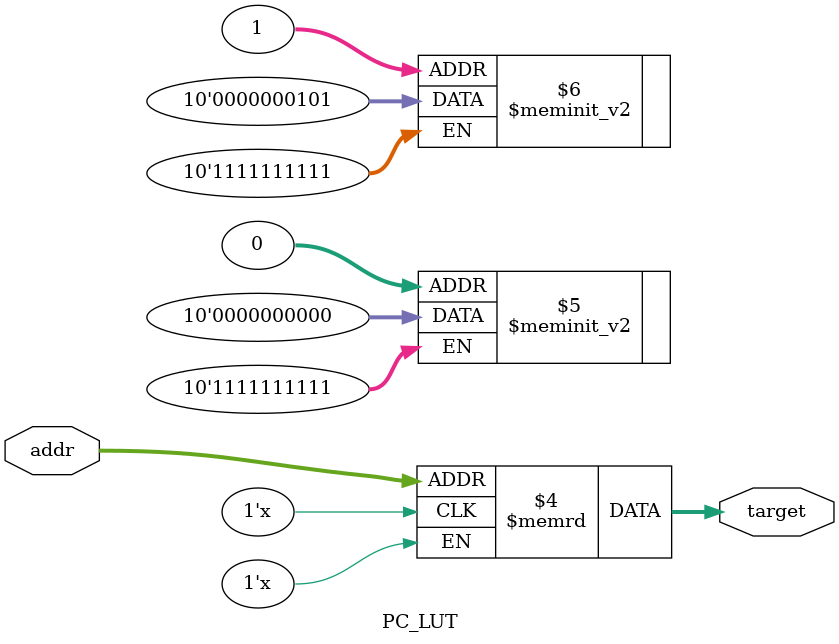
<source format=sv>
module PC_LUT #(parameter D=10)(
  input       [3:0] addr,	   
  output logic [D-1:0] target);

  logic [D-1:0] lut [0:15];

  initial begin
    lut[0] = 0;
    lut[1] = 5;
  end

  always_comb begin
    target = lut[addr];
  end

endmodule

/*

	   pc = 4    0000_0000_0100	  4
	             1111_1111_1111	 -1

                 0000_0000_0011   3

				 (a+b)%(2**12)


   	  1111_1111_1011      -5
      0000_0001_0100     +20
	  1111_1111_1111      -1
	  0000_0000_0000     + 0


  */

</source>
